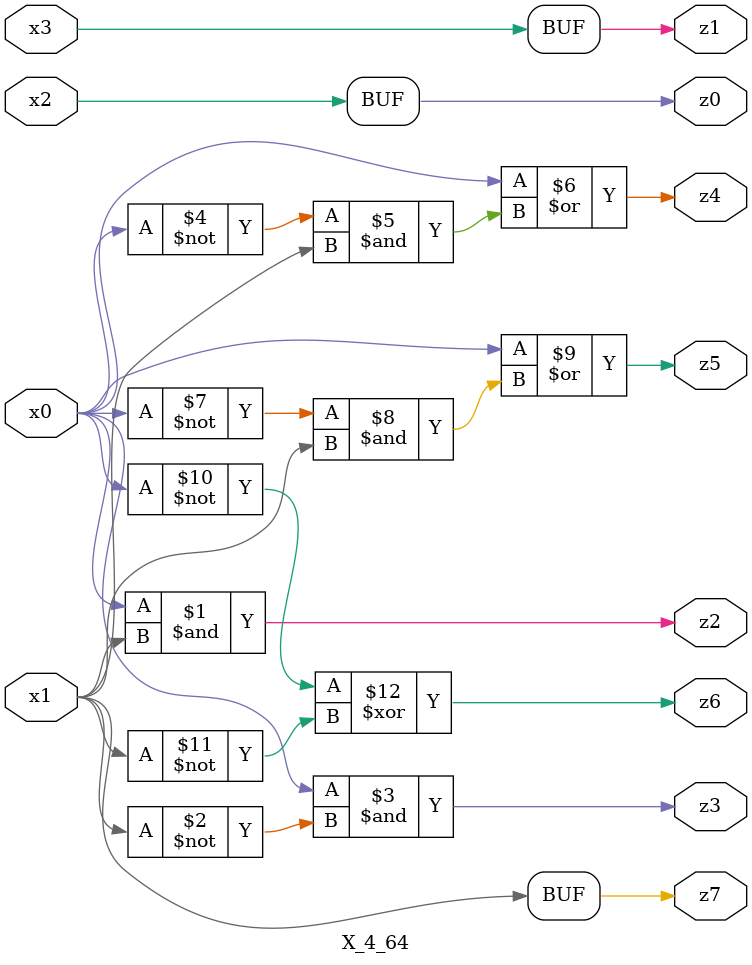
<source format=v>

module X_4_64 ( 
    x0, x1, x2, x3,
    z0, z1, z2, z3, z4, z5, z6, z7  );
  input  x0, x1, x2, x3;
  output z0, z1, z2, z3, z4, z5, z6, z7;
  assign z0 = x2;
  assign z1 = x3;
  assign z2 = x0 & x1;
  assign z3 = x0 & ~x1;
  assign z4 = x0 | (~x0 & x1);
  assign z5 = x0 | (~x0 & x1);
  assign z6 = ~x0 ^ ~x1;
  assign z7 = x1;
endmodule



</source>
